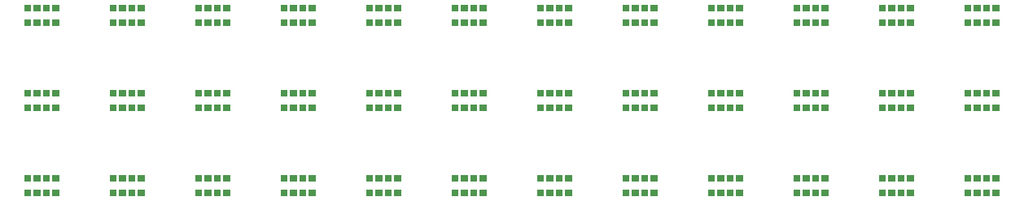
<source format=gbr>
G04 start of page 10 for group -4015 idx -4015 *
G04 Title: (unknown), toppaste *
G04 Creator: pcb 4.0.2 *
G04 CreationDate: Thu Oct 28 15:19:50 2021 UTC *
G04 For: ndholmes *
G04 Format: Gerber/RS-274X *
G04 PCB-Dimensions (mil): 4900.00 1150.00 *
G04 PCB-Coordinate-Origin: lower left *
%MOIN*%
%FSLAX25Y25*%
%LNTOPPASTE*%
%ADD32C,0.0001*%
G54D32*G36*
X45354Y90926D02*Y88090D01*
X48190D01*
Y90926D01*
X45354D01*
G37*
G36*
X49174D02*Y88090D01*
X52008D01*
Y90926D01*
X49174D01*
G37*
G36*
X52992D02*Y88090D01*
X55826D01*
Y90926D01*
X52992D01*
G37*
G36*
X56810D02*Y88090D01*
X59646D01*
Y90926D01*
X56810D01*
G37*
G36*
Y96910D02*Y94074D01*
X59646D01*
Y96910D01*
X56810D01*
G37*
G36*
X52992D02*Y94074D01*
X55826D01*
Y96910D01*
X52992D01*
G37*
G36*
X49174D02*Y94074D01*
X52008D01*
Y96910D01*
X49174D01*
G37*
G36*
X45354D02*Y94074D01*
X48190D01*
Y96910D01*
X45354D01*
G37*
G36*
X80354Y90926D02*Y88090D01*
X83190D01*
Y90926D01*
X80354D01*
G37*
G36*
X84174D02*Y88090D01*
X87008D01*
Y90926D01*
X84174D01*
G37*
G36*
X87992D02*Y88090D01*
X90826D01*
Y90926D01*
X87992D01*
G37*
G36*
X91810D02*Y88090D01*
X94646D01*
Y90926D01*
X91810D01*
G37*
G36*
Y96910D02*Y94074D01*
X94646D01*
Y96910D01*
X91810D01*
G37*
G36*
X87992D02*Y94074D01*
X90826D01*
Y96910D01*
X87992D01*
G37*
G36*
X84174D02*Y94074D01*
X87008D01*
Y96910D01*
X84174D01*
G37*
G36*
X80354D02*Y94074D01*
X83190D01*
Y96910D01*
X80354D01*
G37*
G36*
X115354Y90926D02*Y88090D01*
X118190D01*
Y90926D01*
X115354D01*
G37*
G36*
X119173D02*Y88090D01*
X122008D01*
Y90926D01*
X119173D01*
G37*
G36*
X122992D02*Y88090D01*
X125827D01*
Y90926D01*
X122992D01*
G37*
G36*
X126810D02*Y88090D01*
X129646D01*
Y90926D01*
X126810D01*
G37*
G36*
Y96910D02*Y94074D01*
X129646D01*
Y96910D01*
X126810D01*
G37*
G36*
X122992D02*Y94074D01*
X125827D01*
Y96910D01*
X122992D01*
G37*
G36*
X119173D02*Y94074D01*
X122008D01*
Y96910D01*
X119173D01*
G37*
G36*
X115354D02*Y94074D01*
X118190D01*
Y96910D01*
X115354D01*
G37*
G36*
X150354Y90926D02*Y88090D01*
X153190D01*
Y90926D01*
X150354D01*
G37*
G36*
X154174D02*Y88090D01*
X157008D01*
Y90926D01*
X154174D01*
G37*
G36*
X157992D02*Y88090D01*
X160826D01*
Y90926D01*
X157992D01*
G37*
G36*
X161810D02*Y88090D01*
X164646D01*
Y90926D01*
X161810D01*
G37*
G36*
Y96910D02*Y94074D01*
X164646D01*
Y96910D01*
X161810D01*
G37*
G36*
X157992D02*Y94074D01*
X160826D01*
Y96910D01*
X157992D01*
G37*
G36*
X154174D02*Y94074D01*
X157008D01*
Y96910D01*
X154174D01*
G37*
G36*
X150354D02*Y94074D01*
X153190D01*
Y96910D01*
X150354D01*
G37*
G36*
X185354Y90926D02*Y88090D01*
X188190D01*
Y90926D01*
X185354D01*
G37*
G36*
X189174D02*Y88090D01*
X192008D01*
Y90926D01*
X189174D01*
G37*
G36*
X192992D02*Y88090D01*
X195826D01*
Y90926D01*
X192992D01*
G37*
G36*
X196810D02*Y88090D01*
X199646D01*
Y90926D01*
X196810D01*
G37*
G36*
Y96910D02*Y94074D01*
X199646D01*
Y96910D01*
X196810D01*
G37*
G36*
X192992D02*Y94074D01*
X195826D01*
Y96910D01*
X192992D01*
G37*
G36*
X189174D02*Y94074D01*
X192008D01*
Y96910D01*
X189174D01*
G37*
G36*
X185354D02*Y94074D01*
X188190D01*
Y96910D01*
X185354D01*
G37*
G36*
X220354Y90926D02*Y88090D01*
X223190D01*
Y90926D01*
X220354D01*
G37*
G36*
X224174D02*Y88090D01*
X227008D01*
Y90926D01*
X224174D01*
G37*
G36*
X227992D02*Y88090D01*
X230826D01*
Y90926D01*
X227992D01*
G37*
G36*
X231810D02*Y88090D01*
X234646D01*
Y90926D01*
X231810D01*
G37*
G36*
Y96910D02*Y94074D01*
X234646D01*
Y96910D01*
X231810D01*
G37*
G36*
X227992D02*Y94074D01*
X230826D01*
Y96910D01*
X227992D01*
G37*
G36*
X224174D02*Y94074D01*
X227008D01*
Y96910D01*
X224174D01*
G37*
G36*
X220354D02*Y94074D01*
X223190D01*
Y96910D01*
X220354D01*
G37*
G36*
X255354Y90926D02*Y88090D01*
X258190D01*
Y90926D01*
X255354D01*
G37*
G36*
X259174D02*Y88090D01*
X262008D01*
Y90926D01*
X259174D01*
G37*
G36*
X262992D02*Y88090D01*
X265826D01*
Y90926D01*
X262992D01*
G37*
G36*
X266810D02*Y88090D01*
X269646D01*
Y90926D01*
X266810D01*
G37*
G36*
Y96910D02*Y94074D01*
X269646D01*
Y96910D01*
X266810D01*
G37*
G36*
X262992D02*Y94074D01*
X265826D01*
Y96910D01*
X262992D01*
G37*
G36*
X259174D02*Y94074D01*
X262008D01*
Y96910D01*
X259174D01*
G37*
G36*
X255354D02*Y94074D01*
X258190D01*
Y96910D01*
X255354D01*
G37*
G36*
X290354Y90926D02*Y88090D01*
X293190D01*
Y90926D01*
X290354D01*
G37*
G36*
X294174D02*Y88090D01*
X297008D01*
Y90926D01*
X294174D01*
G37*
G36*
X297992D02*Y88090D01*
X300826D01*
Y90926D01*
X297992D01*
G37*
G36*
X301810D02*Y88090D01*
X304646D01*
Y90926D01*
X301810D01*
G37*
G36*
Y96910D02*Y94074D01*
X304646D01*
Y96910D01*
X301810D01*
G37*
G36*
X297992D02*Y94074D01*
X300826D01*
Y96910D01*
X297992D01*
G37*
G36*
X294174D02*Y94074D01*
X297008D01*
Y96910D01*
X294174D01*
G37*
G36*
X290354D02*Y94074D01*
X293190D01*
Y96910D01*
X290354D01*
G37*
G36*
X325354Y90926D02*Y88090D01*
X328190D01*
Y90926D01*
X325354D01*
G37*
G36*
X329174D02*Y88090D01*
X332008D01*
Y90926D01*
X329174D01*
G37*
G36*
X332992D02*Y88090D01*
X335826D01*
Y90926D01*
X332992D01*
G37*
G36*
X336810D02*Y88090D01*
X339646D01*
Y90926D01*
X336810D01*
G37*
G36*
Y96910D02*Y94074D01*
X339646D01*
Y96910D01*
X336810D01*
G37*
G36*
X332992D02*Y94074D01*
X335826D01*
Y96910D01*
X332992D01*
G37*
G36*
X329174D02*Y94074D01*
X332008D01*
Y96910D01*
X329174D01*
G37*
G36*
X325354D02*Y94074D01*
X328190D01*
Y96910D01*
X325354D01*
G37*
G36*
X360354Y90926D02*Y88090D01*
X363190D01*
Y90926D01*
X360354D01*
G37*
G36*
X364174D02*Y88090D01*
X367008D01*
Y90926D01*
X364174D01*
G37*
G36*
X367992D02*Y88090D01*
X370826D01*
Y90926D01*
X367992D01*
G37*
G36*
X371810D02*Y88090D01*
X374646D01*
Y90926D01*
X371810D01*
G37*
G36*
Y96910D02*Y94074D01*
X374646D01*
Y96910D01*
X371810D01*
G37*
G36*
X367992D02*Y94074D01*
X370826D01*
Y96910D01*
X367992D01*
G37*
G36*
X364174D02*Y94074D01*
X367008D01*
Y96910D01*
X364174D01*
G37*
G36*
X360354D02*Y94074D01*
X363190D01*
Y96910D01*
X360354D01*
G37*
G36*
X395354Y90926D02*Y88090D01*
X398190D01*
Y90926D01*
X395354D01*
G37*
G36*
X399174D02*Y88090D01*
X402008D01*
Y90926D01*
X399174D01*
G37*
G36*
X402992D02*Y88090D01*
X405826D01*
Y90926D01*
X402992D01*
G37*
G36*
X406810D02*Y88090D01*
X409646D01*
Y90926D01*
X406810D01*
G37*
G36*
Y96910D02*Y94074D01*
X409646D01*
Y96910D01*
X406810D01*
G37*
G36*
X402992D02*Y94074D01*
X405826D01*
Y96910D01*
X402992D01*
G37*
G36*
X399174D02*Y94074D01*
X402008D01*
Y96910D01*
X399174D01*
G37*
G36*
X395354D02*Y94074D01*
X398190D01*
Y96910D01*
X395354D01*
G37*
G36*
X430354Y90926D02*Y88090D01*
X433190D01*
Y90926D01*
X430354D01*
G37*
G36*
X434173D02*Y88090D01*
X437008D01*
Y90926D01*
X434173D01*
G37*
G36*
X437992D02*Y88090D01*
X440827D01*
Y90926D01*
X437992D01*
G37*
G36*
X441810D02*Y88090D01*
X444646D01*
Y90926D01*
X441810D01*
G37*
G36*
Y96910D02*Y94074D01*
X444646D01*
Y96910D01*
X441810D01*
G37*
G36*
X437992D02*Y94074D01*
X440827D01*
Y96910D01*
X437992D01*
G37*
G36*
X434173D02*Y94074D01*
X437008D01*
Y96910D01*
X434173D01*
G37*
G36*
X430354D02*Y94074D01*
X433190D01*
Y96910D01*
X430354D01*
G37*
G36*
X45354Y55926D02*Y53090D01*
X48190D01*
Y55926D01*
X45354D01*
G37*
G36*
X49174D02*Y53090D01*
X52008D01*
Y55926D01*
X49174D01*
G37*
G36*
X52992D02*Y53090D01*
X55826D01*
Y55926D01*
X52992D01*
G37*
G36*
X56810D02*Y53090D01*
X59646D01*
Y55926D01*
X56810D01*
G37*
G36*
Y61910D02*Y59074D01*
X59646D01*
Y61910D01*
X56810D01*
G37*
G36*
X52992D02*Y59074D01*
X55826D01*
Y61910D01*
X52992D01*
G37*
G36*
X49174D02*Y59074D01*
X52008D01*
Y61910D01*
X49174D01*
G37*
G36*
X45354D02*Y59074D01*
X48190D01*
Y61910D01*
X45354D01*
G37*
G36*
X80354Y55926D02*Y53090D01*
X83190D01*
Y55926D01*
X80354D01*
G37*
G36*
X84174D02*Y53090D01*
X87008D01*
Y55926D01*
X84174D01*
G37*
G36*
X87992D02*Y53090D01*
X90826D01*
Y55926D01*
X87992D01*
G37*
G36*
X91810D02*Y53090D01*
X94646D01*
Y55926D01*
X91810D01*
G37*
G36*
Y61910D02*Y59074D01*
X94646D01*
Y61910D01*
X91810D01*
G37*
G36*
X87992D02*Y59074D01*
X90826D01*
Y61910D01*
X87992D01*
G37*
G36*
X84174D02*Y59074D01*
X87008D01*
Y61910D01*
X84174D01*
G37*
G36*
X80354D02*Y59074D01*
X83190D01*
Y61910D01*
X80354D01*
G37*
G36*
X115354Y55926D02*Y53090D01*
X118190D01*
Y55926D01*
X115354D01*
G37*
G36*
X119173D02*Y53090D01*
X122008D01*
Y55926D01*
X119173D01*
G37*
G36*
X122992D02*Y53090D01*
X125827D01*
Y55926D01*
X122992D01*
G37*
G36*
X126810D02*Y53090D01*
X129646D01*
Y55926D01*
X126810D01*
G37*
G36*
Y61910D02*Y59074D01*
X129646D01*
Y61910D01*
X126810D01*
G37*
G36*
X122992D02*Y59074D01*
X125827D01*
Y61910D01*
X122992D01*
G37*
G36*
X119173D02*Y59074D01*
X122008D01*
Y61910D01*
X119173D01*
G37*
G36*
X115354D02*Y59074D01*
X118190D01*
Y61910D01*
X115354D01*
G37*
G36*
X150354Y55926D02*Y53090D01*
X153190D01*
Y55926D01*
X150354D01*
G37*
G36*
X154174D02*Y53090D01*
X157008D01*
Y55926D01*
X154174D01*
G37*
G36*
X157992D02*Y53090D01*
X160826D01*
Y55926D01*
X157992D01*
G37*
G36*
X161810D02*Y53090D01*
X164646D01*
Y55926D01*
X161810D01*
G37*
G36*
Y61910D02*Y59074D01*
X164646D01*
Y61910D01*
X161810D01*
G37*
G36*
X157992D02*Y59074D01*
X160826D01*
Y61910D01*
X157992D01*
G37*
G36*
X154174D02*Y59074D01*
X157008D01*
Y61910D01*
X154174D01*
G37*
G36*
X150354D02*Y59074D01*
X153190D01*
Y61910D01*
X150354D01*
G37*
G36*
X185354Y55926D02*Y53090D01*
X188190D01*
Y55926D01*
X185354D01*
G37*
G36*
X189174D02*Y53090D01*
X192008D01*
Y55926D01*
X189174D01*
G37*
G36*
X192992D02*Y53090D01*
X195826D01*
Y55926D01*
X192992D01*
G37*
G36*
X196810D02*Y53090D01*
X199646D01*
Y55926D01*
X196810D01*
G37*
G36*
Y61910D02*Y59074D01*
X199646D01*
Y61910D01*
X196810D01*
G37*
G36*
X192992D02*Y59074D01*
X195826D01*
Y61910D01*
X192992D01*
G37*
G36*
X189174D02*Y59074D01*
X192008D01*
Y61910D01*
X189174D01*
G37*
G36*
X185354D02*Y59074D01*
X188190D01*
Y61910D01*
X185354D01*
G37*
G36*
X220354Y55926D02*Y53090D01*
X223190D01*
Y55926D01*
X220354D01*
G37*
G36*
X224174D02*Y53090D01*
X227008D01*
Y55926D01*
X224174D01*
G37*
G36*
X227992D02*Y53090D01*
X230826D01*
Y55926D01*
X227992D01*
G37*
G36*
X231810D02*Y53090D01*
X234646D01*
Y55926D01*
X231810D01*
G37*
G36*
Y61910D02*Y59074D01*
X234646D01*
Y61910D01*
X231810D01*
G37*
G36*
X227992D02*Y59074D01*
X230826D01*
Y61910D01*
X227992D01*
G37*
G36*
X224174D02*Y59074D01*
X227008D01*
Y61910D01*
X224174D01*
G37*
G36*
X220354D02*Y59074D01*
X223190D01*
Y61910D01*
X220354D01*
G37*
G36*
X255354Y55926D02*Y53090D01*
X258190D01*
Y55926D01*
X255354D01*
G37*
G36*
X259174D02*Y53090D01*
X262008D01*
Y55926D01*
X259174D01*
G37*
G36*
X262992D02*Y53090D01*
X265826D01*
Y55926D01*
X262992D01*
G37*
G36*
X266810D02*Y53090D01*
X269646D01*
Y55926D01*
X266810D01*
G37*
G36*
Y61910D02*Y59074D01*
X269646D01*
Y61910D01*
X266810D01*
G37*
G36*
X262992D02*Y59074D01*
X265826D01*
Y61910D01*
X262992D01*
G37*
G36*
X259174D02*Y59074D01*
X262008D01*
Y61910D01*
X259174D01*
G37*
G36*
X255354D02*Y59074D01*
X258190D01*
Y61910D01*
X255354D01*
G37*
G36*
X290354Y55926D02*Y53090D01*
X293190D01*
Y55926D01*
X290354D01*
G37*
G36*
X294174D02*Y53090D01*
X297008D01*
Y55926D01*
X294174D01*
G37*
G36*
X297992D02*Y53090D01*
X300826D01*
Y55926D01*
X297992D01*
G37*
G36*
X301810D02*Y53090D01*
X304646D01*
Y55926D01*
X301810D01*
G37*
G36*
Y61910D02*Y59074D01*
X304646D01*
Y61910D01*
X301810D01*
G37*
G36*
X297992D02*Y59074D01*
X300826D01*
Y61910D01*
X297992D01*
G37*
G36*
X294174D02*Y59074D01*
X297008D01*
Y61910D01*
X294174D01*
G37*
G36*
X290354D02*Y59074D01*
X293190D01*
Y61910D01*
X290354D01*
G37*
G36*
X325354Y55926D02*Y53090D01*
X328190D01*
Y55926D01*
X325354D01*
G37*
G36*
X329174D02*Y53090D01*
X332008D01*
Y55926D01*
X329174D01*
G37*
G36*
X332992D02*Y53090D01*
X335826D01*
Y55926D01*
X332992D01*
G37*
G36*
X336810D02*Y53090D01*
X339646D01*
Y55926D01*
X336810D01*
G37*
G36*
Y61910D02*Y59074D01*
X339646D01*
Y61910D01*
X336810D01*
G37*
G36*
X332992D02*Y59074D01*
X335826D01*
Y61910D01*
X332992D01*
G37*
G36*
X329174D02*Y59074D01*
X332008D01*
Y61910D01*
X329174D01*
G37*
G36*
X325354D02*Y59074D01*
X328190D01*
Y61910D01*
X325354D01*
G37*
G36*
X360354Y55926D02*Y53090D01*
X363190D01*
Y55926D01*
X360354D01*
G37*
G36*
X364174D02*Y53090D01*
X367008D01*
Y55926D01*
X364174D01*
G37*
G36*
X367992D02*Y53090D01*
X370826D01*
Y55926D01*
X367992D01*
G37*
G36*
X371810D02*Y53090D01*
X374646D01*
Y55926D01*
X371810D01*
G37*
G36*
Y61910D02*Y59074D01*
X374646D01*
Y61910D01*
X371810D01*
G37*
G36*
X367992D02*Y59074D01*
X370826D01*
Y61910D01*
X367992D01*
G37*
G36*
X364174D02*Y59074D01*
X367008D01*
Y61910D01*
X364174D01*
G37*
G36*
X360354D02*Y59074D01*
X363190D01*
Y61910D01*
X360354D01*
G37*
G36*
X395354Y55926D02*Y53090D01*
X398190D01*
Y55926D01*
X395354D01*
G37*
G36*
X399174D02*Y53090D01*
X402008D01*
Y55926D01*
X399174D01*
G37*
G36*
X402992D02*Y53090D01*
X405826D01*
Y55926D01*
X402992D01*
G37*
G36*
X406810D02*Y53090D01*
X409646D01*
Y55926D01*
X406810D01*
G37*
G36*
Y61910D02*Y59074D01*
X409646D01*
Y61910D01*
X406810D01*
G37*
G36*
X402992D02*Y59074D01*
X405826D01*
Y61910D01*
X402992D01*
G37*
G36*
X399174D02*Y59074D01*
X402008D01*
Y61910D01*
X399174D01*
G37*
G36*
X395354D02*Y59074D01*
X398190D01*
Y61910D01*
X395354D01*
G37*
G36*
X430354Y55926D02*Y53090D01*
X433190D01*
Y55926D01*
X430354D01*
G37*
G36*
X434173D02*Y53090D01*
X437008D01*
Y55926D01*
X434173D01*
G37*
G36*
X437992D02*Y53090D01*
X440827D01*
Y55926D01*
X437992D01*
G37*
G36*
X441810D02*Y53090D01*
X444646D01*
Y55926D01*
X441810D01*
G37*
G36*
Y61910D02*Y59074D01*
X444646D01*
Y61910D01*
X441810D01*
G37*
G36*
X437992D02*Y59074D01*
X440827D01*
Y61910D01*
X437992D01*
G37*
G36*
X434173D02*Y59074D01*
X437008D01*
Y61910D01*
X434173D01*
G37*
G36*
X430354D02*Y59074D01*
X433190D01*
Y61910D01*
X430354D01*
G37*
G36*
X45354Y20926D02*Y18090D01*
X48190D01*
Y20926D01*
X45354D01*
G37*
G36*
X49174D02*Y18090D01*
X52008D01*
Y20926D01*
X49174D01*
G37*
G36*
X52992D02*Y18090D01*
X55826D01*
Y20926D01*
X52992D01*
G37*
G36*
X56810D02*Y18090D01*
X59646D01*
Y20926D01*
X56810D01*
G37*
G36*
Y26910D02*Y24074D01*
X59646D01*
Y26910D01*
X56810D01*
G37*
G36*
X52992D02*Y24074D01*
X55826D01*
Y26910D01*
X52992D01*
G37*
G36*
X49174D02*Y24074D01*
X52008D01*
Y26910D01*
X49174D01*
G37*
G36*
X45354D02*Y24074D01*
X48190D01*
Y26910D01*
X45354D01*
G37*
G36*
X80354Y20926D02*Y18090D01*
X83190D01*
Y20926D01*
X80354D01*
G37*
G36*
X84174D02*Y18090D01*
X87008D01*
Y20926D01*
X84174D01*
G37*
G36*
X87992D02*Y18090D01*
X90826D01*
Y20926D01*
X87992D01*
G37*
G36*
X91810D02*Y18090D01*
X94646D01*
Y20926D01*
X91810D01*
G37*
G36*
Y26910D02*Y24074D01*
X94646D01*
Y26910D01*
X91810D01*
G37*
G36*
X87992D02*Y24074D01*
X90826D01*
Y26910D01*
X87992D01*
G37*
G36*
X84174D02*Y24074D01*
X87008D01*
Y26910D01*
X84174D01*
G37*
G36*
X80354D02*Y24074D01*
X83190D01*
Y26910D01*
X80354D01*
G37*
G36*
X115354Y20926D02*Y18090D01*
X118190D01*
Y20926D01*
X115354D01*
G37*
G36*
X119173D02*Y18090D01*
X122008D01*
Y20926D01*
X119173D01*
G37*
G36*
X122992D02*Y18090D01*
X125827D01*
Y20926D01*
X122992D01*
G37*
G36*
X126810D02*Y18090D01*
X129646D01*
Y20926D01*
X126810D01*
G37*
G36*
Y26910D02*Y24074D01*
X129646D01*
Y26910D01*
X126810D01*
G37*
G36*
X122992D02*Y24074D01*
X125827D01*
Y26910D01*
X122992D01*
G37*
G36*
X119173D02*Y24074D01*
X122008D01*
Y26910D01*
X119173D01*
G37*
G36*
X115354D02*Y24074D01*
X118190D01*
Y26910D01*
X115354D01*
G37*
G36*
X150354Y20926D02*Y18090D01*
X153190D01*
Y20926D01*
X150354D01*
G37*
G36*
X154174D02*Y18090D01*
X157008D01*
Y20926D01*
X154174D01*
G37*
G36*
X157992D02*Y18090D01*
X160826D01*
Y20926D01*
X157992D01*
G37*
G36*
X161810D02*Y18090D01*
X164646D01*
Y20926D01*
X161810D01*
G37*
G36*
Y26910D02*Y24074D01*
X164646D01*
Y26910D01*
X161810D01*
G37*
G36*
X157992D02*Y24074D01*
X160826D01*
Y26910D01*
X157992D01*
G37*
G36*
X154174D02*Y24074D01*
X157008D01*
Y26910D01*
X154174D01*
G37*
G36*
X150354D02*Y24074D01*
X153190D01*
Y26910D01*
X150354D01*
G37*
G36*
X185354Y20926D02*Y18090D01*
X188190D01*
Y20926D01*
X185354D01*
G37*
G36*
X189174D02*Y18090D01*
X192008D01*
Y20926D01*
X189174D01*
G37*
G36*
X192992D02*Y18090D01*
X195826D01*
Y20926D01*
X192992D01*
G37*
G36*
X196810D02*Y18090D01*
X199646D01*
Y20926D01*
X196810D01*
G37*
G36*
Y26910D02*Y24074D01*
X199646D01*
Y26910D01*
X196810D01*
G37*
G36*
X192992D02*Y24074D01*
X195826D01*
Y26910D01*
X192992D01*
G37*
G36*
X189174D02*Y24074D01*
X192008D01*
Y26910D01*
X189174D01*
G37*
G36*
X185354D02*Y24074D01*
X188190D01*
Y26910D01*
X185354D01*
G37*
G36*
X220354Y20926D02*Y18090D01*
X223190D01*
Y20926D01*
X220354D01*
G37*
G36*
X224174D02*Y18090D01*
X227008D01*
Y20926D01*
X224174D01*
G37*
G36*
X227992D02*Y18090D01*
X230826D01*
Y20926D01*
X227992D01*
G37*
G36*
X231810D02*Y18090D01*
X234646D01*
Y20926D01*
X231810D01*
G37*
G36*
Y26910D02*Y24074D01*
X234646D01*
Y26910D01*
X231810D01*
G37*
G36*
X227992D02*Y24074D01*
X230826D01*
Y26910D01*
X227992D01*
G37*
G36*
X224174D02*Y24074D01*
X227008D01*
Y26910D01*
X224174D01*
G37*
G36*
X220354D02*Y24074D01*
X223190D01*
Y26910D01*
X220354D01*
G37*
G36*
X255354Y20926D02*Y18090D01*
X258190D01*
Y20926D01*
X255354D01*
G37*
G36*
X259174D02*Y18090D01*
X262008D01*
Y20926D01*
X259174D01*
G37*
G36*
X262992D02*Y18090D01*
X265826D01*
Y20926D01*
X262992D01*
G37*
G36*
X266810D02*Y18090D01*
X269646D01*
Y20926D01*
X266810D01*
G37*
G36*
Y26910D02*Y24074D01*
X269646D01*
Y26910D01*
X266810D01*
G37*
G36*
X262992D02*Y24074D01*
X265826D01*
Y26910D01*
X262992D01*
G37*
G36*
X259174D02*Y24074D01*
X262008D01*
Y26910D01*
X259174D01*
G37*
G36*
X255354D02*Y24074D01*
X258190D01*
Y26910D01*
X255354D01*
G37*
G36*
X290354Y20926D02*Y18090D01*
X293190D01*
Y20926D01*
X290354D01*
G37*
G36*
X294174D02*Y18090D01*
X297008D01*
Y20926D01*
X294174D01*
G37*
G36*
X297992D02*Y18090D01*
X300826D01*
Y20926D01*
X297992D01*
G37*
G36*
X301810D02*Y18090D01*
X304646D01*
Y20926D01*
X301810D01*
G37*
G36*
Y26910D02*Y24074D01*
X304646D01*
Y26910D01*
X301810D01*
G37*
G36*
X297992D02*Y24074D01*
X300826D01*
Y26910D01*
X297992D01*
G37*
G36*
X294174D02*Y24074D01*
X297008D01*
Y26910D01*
X294174D01*
G37*
G36*
X290354D02*Y24074D01*
X293190D01*
Y26910D01*
X290354D01*
G37*
G36*
X325354Y20926D02*Y18090D01*
X328190D01*
Y20926D01*
X325354D01*
G37*
G36*
X329174D02*Y18090D01*
X332008D01*
Y20926D01*
X329174D01*
G37*
G36*
X332992D02*Y18090D01*
X335826D01*
Y20926D01*
X332992D01*
G37*
G36*
X336810D02*Y18090D01*
X339646D01*
Y20926D01*
X336810D01*
G37*
G36*
Y26910D02*Y24074D01*
X339646D01*
Y26910D01*
X336810D01*
G37*
G36*
X332992D02*Y24074D01*
X335826D01*
Y26910D01*
X332992D01*
G37*
G36*
X329174D02*Y24074D01*
X332008D01*
Y26910D01*
X329174D01*
G37*
G36*
X325354D02*Y24074D01*
X328190D01*
Y26910D01*
X325354D01*
G37*
G36*
X360354Y20926D02*Y18090D01*
X363190D01*
Y20926D01*
X360354D01*
G37*
G36*
X364174D02*Y18090D01*
X367008D01*
Y20926D01*
X364174D01*
G37*
G36*
X367992D02*Y18090D01*
X370826D01*
Y20926D01*
X367992D01*
G37*
G36*
X371810D02*Y18090D01*
X374646D01*
Y20926D01*
X371810D01*
G37*
G36*
Y26910D02*Y24074D01*
X374646D01*
Y26910D01*
X371810D01*
G37*
G36*
X367992D02*Y24074D01*
X370826D01*
Y26910D01*
X367992D01*
G37*
G36*
X364174D02*Y24074D01*
X367008D01*
Y26910D01*
X364174D01*
G37*
G36*
X360354D02*Y24074D01*
X363190D01*
Y26910D01*
X360354D01*
G37*
G36*
X395354Y20926D02*Y18090D01*
X398190D01*
Y20926D01*
X395354D01*
G37*
G36*
X399174D02*Y18090D01*
X402008D01*
Y20926D01*
X399174D01*
G37*
G36*
X402992D02*Y18090D01*
X405826D01*
Y20926D01*
X402992D01*
G37*
G36*
X406810D02*Y18090D01*
X409646D01*
Y20926D01*
X406810D01*
G37*
G36*
Y26910D02*Y24074D01*
X409646D01*
Y26910D01*
X406810D01*
G37*
G36*
X402992D02*Y24074D01*
X405826D01*
Y26910D01*
X402992D01*
G37*
G36*
X399174D02*Y24074D01*
X402008D01*
Y26910D01*
X399174D01*
G37*
G36*
X395354D02*Y24074D01*
X398190D01*
Y26910D01*
X395354D01*
G37*
G36*
X430354Y20926D02*Y18090D01*
X433190D01*
Y20926D01*
X430354D01*
G37*
G36*
X434173D02*Y18090D01*
X437008D01*
Y20926D01*
X434173D01*
G37*
G36*
X437992D02*Y18090D01*
X440827D01*
Y20926D01*
X437992D01*
G37*
G36*
X441810D02*Y18090D01*
X444646D01*
Y20926D01*
X441810D01*
G37*
G36*
Y26910D02*Y24074D01*
X444646D01*
Y26910D01*
X441810D01*
G37*
G36*
X437992D02*Y24074D01*
X440827D01*
Y26910D01*
X437992D01*
G37*
G36*
X434173D02*Y24074D01*
X437008D01*
Y26910D01*
X434173D01*
G37*
G36*
X430354D02*Y24074D01*
X433190D01*
Y26910D01*
X430354D01*
G37*
M02*

</source>
